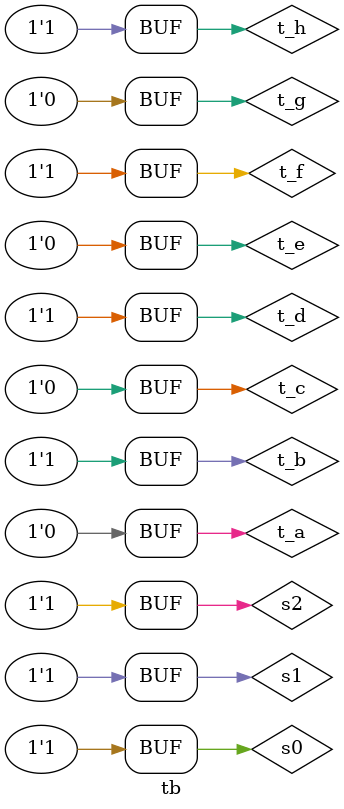
<source format=v>
module tb;
reg t_a,t_b,t_c,t_d,t_e,t_f,t_g,t_h,s0,s1,s2;
wire o;
mux81 m(.a(t_a),.b(t_b),.c(t_c),.d(t_d),.e(t_e),.f(t_f),.g(t_g),.h(t_h),.s0(s0),.s1(s1),.s2(s2),.o(o));

initial begin
$dumpfile("dump_81mux.vcd");
$dumpvars(0,tb);
end
initial begin
$monitor(t_a," " ,t_b," ",t_c," ",t_d," ",t_e," " ,t_f," ",t_g," ",t_h,"   ",s2," ",s1," ",s0,"   ",o);
t_a=3'b000;
t_b=3'b001;
t_c=3'b010;
t_d=3'b011;
t_e=3'b100;
t_f=3'b101;
t_g=3'b110;
t_h=3'b111;
s0=1'b0;
s1=1'b0;
s2=1'b0;
#10
s0=1'b1;
s1=1'b0;
s2=1'b0;
#10
s0=1'b0;
s1=1'b1;
s2=1'b0;
#10
s0=1'b1;
s1=1'b1;
s2=1'b0;
#10
s0=1'b0;
s1=1'b0;
s2=1'b1;
#10
s0=1'b1;
s1=1'b0;
s2=1'b1;
#10
s0=1'b0;
s1=1'b1;
s2=1'b1;
#10
s0=1'b1;
s1=1'b1;
s2=1'b1;

end
endmodule


</source>
